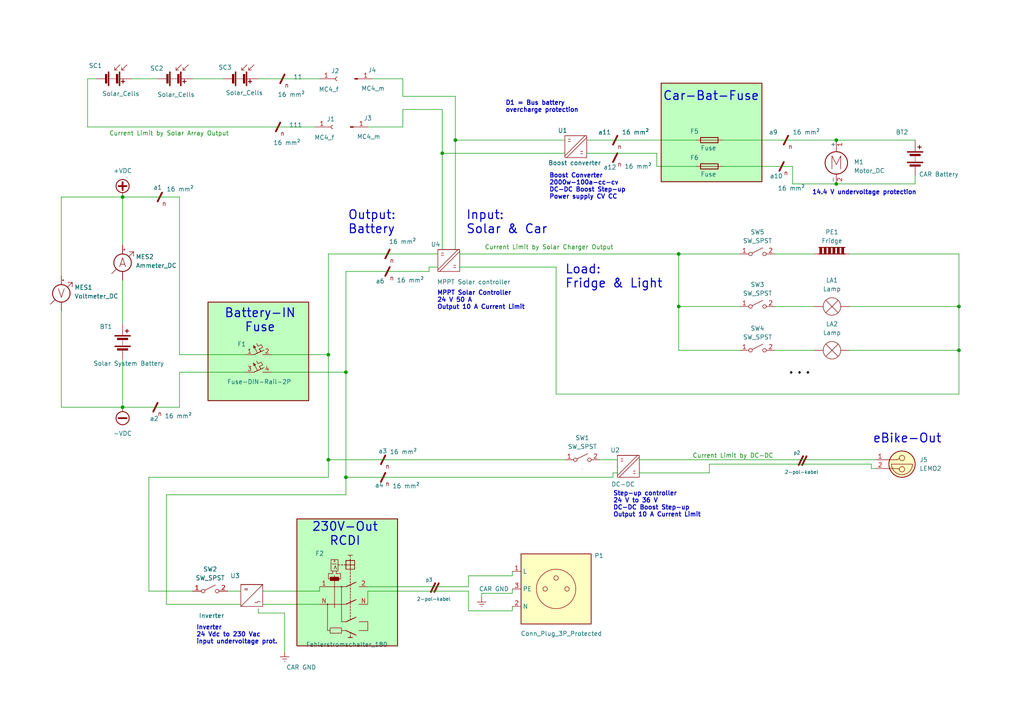
<source format=kicad_sch>
(kicad_sch (version 20231120) (generator "eeschema") (generator_version "8.0")
  (paper "A4")
  (title_block (title "Er Vento - electrical schematic") (date "2025-02-20") (rev "0.1") (company "Christoph"))
  (lib_symbols
    (symbol "Connector:Conn_01x01_Pin" (pin_names (offset 1.016) hide)
      (property "Reference" "J" (at 0 2.54 0))
      (property "Value" "Conn_01x01_Pin" (at 0 -2.54 0))
      (symbol "Conn_01x01_Pin_1_1"
        (polyline (pts (xy 1.27 0) (xy 0.8636 0)) (stroke (width 0.1524)))
        (rectangle (start 0.8636 0.127) (end 0 -0.127) (stroke (width 0.1524)) (fill (type outline)))
        (pin passive line (at 5.08 0 180) (length 3.81) (name "Pin_1") (number "1"))
      )
    )
    (symbol "Connector:Conn_01x01_Socket" (pin_names (offset 1.016) hide)
      (property "Reference" "J" (at 0 2.54 0))
      (property "Value" "Conn_01x01_Socket" (at 0 -2.54 0))
      (symbol "Conn_01x01_Socket_1_1"
        (polyline (pts (xy -1.27 0) (xy -0.508 0)) (stroke (width 0.1524)))
        (arc (start 0 0.508) (mid -0.5058 0) (end 0 -0.508) (stroke (width 0.1524)))
        (pin passive line (at -5.08 0 0) (length 3.81) (name "Pin_1") (number "1"))
      )
    )
    (symbol "Connector:Conn_Plug_3P_Protected"
      (property "Reference" "P" (at -9.652 11.176 0))
      (property "Value" "Conn_Plug_3P_Protected" (at 0.254 -11.43 0))
      (symbol "Conn_Plug_3P_Protected_0_1"
        (circle (center 0 0) (radius 5.715))
      )
      (symbol "Conn_Plug_3P_Protected_1_1"
        (rectangle (start -10.16 10.16) (end 10.16 -10.16) (stroke (width 0.254)) (fill (type background)))
        (circle (center -3.175 0) (radius 0.635))
        (circle (center 0 3.175) (radius 0.635))
        (circle (center 3.175 0) (radius 0.635))
        (pin power_in line (at 12.7 5.08 180) (length 2.54) (name "L") (number "1"))
        (pin power_out line (at 12.7 -5.08 180) (length 2.54) (name "N") (number "2"))
        (pin power_out line (at 12.7 0 180) (length 2.54) (name "PE") (number "3"))
      )
    )
    (symbol "Connector:LEMO2" (pin_names (offset 1.016) hide)
      (property "Reference" "J" (at 0 6.35 0))
      (property "Value" "LEMO2" (at 0 -3.81 0))
      (symbol "LEMO2_0_1"
        (arc (start -3.048 1.27) (mid -2.1553 -0.8853) (end 0 -1.778))
        (arc (start 0 -1.778) (mid 2.1553 -0.8853) (end 3.048 1.27))
        (circle (center 0 -0.2286) (radius 0.762))
        (polyline (pts (xy -5.08 0) (xy -1.27 0)))
        (polyline (pts (xy -5.08 2.54) (xy -1.27 2.54)))
        (polyline (pts (xy -3.048 1.27) (xy 3.048 1.27)))
        (polyline (pts (xy -1.27 2.54) (xy -0.762 3.048)))
        (polyline (pts (xy -0.762 -0.2286) (xy -1.27 0)))
        (circle (center 0 1.27) (radius 3.81) (stroke (width 0.254)) (fill (type background)))
        (circle (center 0 3.048) (radius 0.762))
      )
      (symbol "LEMO2_1_1"
        (pin passive line (at -7.62 2.54 0) (length 2.54) (name "~") (number "1"))
        (pin passive line (at -7.62 0 0) (length 2.54) (name "~") (number "2"))
      )
    )
    (symbol "Device:Ammeter_DC" (pin_numbers hide) (pin_names (offset 0.0254) hide)
      (property "Reference" "MES" (at -3.302 1.016 0))
      (property "Value" "Ammeter_DC" (at -3.302 -0.762 0))
      (symbol "Ammeter_DC_0_0"
        (polyline (pts (xy -3.175 -3.175) (xy -1.905 -1.905)))
        (polyline (pts (xy 1.905 1.905) (xy 3.175 3.175)))
        (polyline (pts (xy 1.905 3.175) (xy 3.175 3.175) (xy 3.175 1.905)))
        (text "A" (at 0 0 0) (effects (font (size 2.54 2.54))))
      )
      (symbol "Ammeter_DC_0_1"
        (polyline (pts (xy 0.254 3.81) (xy 0.762 3.81)))
        (polyline (pts (xy 0.508 4.064) (xy 0.508 3.556)))
        (circle (center 0 0) (radius 2.54) (stroke (width 0.254)))
      )
      (symbol "Ammeter_DC_1_1"
        (pin passive line (at 0 -5.08 90) (length 2.54) (name "-") (number "1"))
        (pin passive line (at 0 5.08 270) (length 2.54) (name "+") (number "2"))
      )
    )
    (symbol "Device:Battery" (pin_numbers hide) (pin_names (offset 0) hide)
      (property "Reference" "BT" (at 2.54 2.54 0))
      (property "Value" "Battery" (at 2.54 0 0))
      (symbol "Battery_0_1"
        (rectangle (start -2.286 -1.27) (end 2.286 -1.524) (fill (type outline)))
        (rectangle (start -2.286 1.778) (end 2.286 1.524) (fill (type outline)))
        (rectangle (start -1.524 -2.032) (end 1.524 -2.54) (fill (type outline)))
        (rectangle (start -1.524 1.016) (end 1.524 0.508) (fill (type outline)))
        (polyline (pts (xy 0 -1.016) (xy 0 -0.762)))
        (polyline (pts (xy 0 -0.508) (xy 0 -0.254)))
        (polyline (pts (xy 0 0) (xy 0 0.254)))
        (polyline (pts (xy 0 1.778) (xy 0 2.54)))
        (polyline (pts (xy 0.762 3.048) (xy 1.778 3.048)) (stroke (width 0.254)))
        (polyline (pts (xy 1.27 3.556) (xy 1.27 2.54)) (stroke (width 0.254)))
      )
      (symbol "Battery_1_1"
        (pin passive line (at 0 5.08 270) (length 2.54) (name "+") (number "1"))
        (pin passive line (at 0 -5.08 90) (length 2.54) (name "-") (number "2"))
      )
    )
    (symbol "Device:Fuse" (pin_numbers hide) (pin_names (offset 0))
      (property "Reference" "F" (at 2.032 0 90))
      (property "Value" "Fuse" (at -1.905 0 90))
      (symbol "Fuse_0_1"
        (rectangle (start -0.762 -2.54) (end 0.762 2.54) (stroke (width 0.254)))
        (polyline (pts (xy 0 2.54) (xy 0 -2.54)))
      )
      (symbol "Fuse_1_1"
        (pin passive line (at 0 3.81 270) (length 1.27) (name "~") (number "1"))
        (pin passive line (at 0 -3.81 90) (length 1.27) (name "~") (number "2"))
      )
    )
    (symbol "Device:Lamp" (pin_numbers hide) (pin_names (offset 0.0254) hide)
      (property "Reference" "LA" (at 0.635 3.81 0))
      (property "Value" "Lamp" (at 0.635 -3.81 0))
      (symbol "Lamp_0_1"
        (polyline (pts (xy -1.778 1.778) (xy 1.778 -1.778)))
        (polyline (pts (xy 1.778 1.778) (xy -1.778 -1.778)))
        (circle (center 0 0) (radius 2.54))
      )
      (symbol "Lamp_1_1"
        (pin passive line (at 0 -5.08 90) (length 2.54) (name "-") (number "1"))
        (pin passive line (at 0 5.08 270) (length 2.54) (name "+") (number "2"))
      )
    )
    (symbol "Device:PeltierElement" (pin_numbers hide) (pin_names (offset 0))
      (property "Reference" "PE" (at 0 3.175 0))
      (property "Value" "PeltierElement" (at 0 -1.27 0))
      (symbol "PeltierElement_0_1"
        (rectangle (start -3.556 1.905) (end -2.921 0) (fill (type outline)))
        (rectangle (start -2.286 1.905) (end -1.651 0) (fill (type outline)))
        (rectangle (start -0.381 1.905) (end -1.016 0) (fill (type outline)))
        (polyline (pts (xy -3.81 0) (xy 3.81 0)) (stroke (width 0.254)) (fill (type outline)))
        (polyline (pts (xy -3.81 1.905) (xy 3.81 1.905)) (stroke (width 0.254)))
        (rectangle (start 0.889 1.905) (end 0.254 0) (fill (type outline)))
        (rectangle (start 1.524 0) (end 2.159 1.905) (fill (type outline)))
        (rectangle (start 2.794 0) (end 3.429 1.905) (fill (type outline)))
      )
      (symbol "PeltierElement_1_1"
        (pin passive line (at -5.08 0 0) (length 1.27) (name "~") (number "1"))
        (pin passive line (at 5.08 0 180) (length 1.27) (name "~") (number "2"))
      )
    )
    (symbol "Device:Solar_Cells" (pin_numbers hide) (pin_names (offset 0) hide)
      (property "Reference" "SC" (at 2.54 2.54 0))
      (property "Value" "Solar_Cells" (at 2.54 0 0))
      (symbol "Solar_Cells_0_1"
        (rectangle (start -2.032 -1.397) (end 2.032 -1.651) (fill (type outline)))
        (rectangle (start -2.032 1.778) (end 2.032 1.524) (fill (type outline)))
        (rectangle (start -1.3208 -1.9812) (end 1.27 -2.4892) (fill (type outline)))
        (rectangle (start -1.3208 1.1938) (end 1.27 0.6858) (fill (type outline)))
        (polyline (pts (xy -2.54 0.254) (xy -4.064 1.778)))
        (polyline (pts (xy -2.54 2.286) (xy -4.064 3.81)))
        (polyline (pts (xy 0 -1.524) (xy 0 -1.27)))
        (polyline (pts (xy 0 -1.016) (xy 0 -0.762)))
        (polyline (pts (xy 0 -0.508) (xy 0 -0.254)))
        (polyline (pts (xy 0 0) (xy 0 0.254)))
        (polyline (pts (xy 0 0.508) (xy 0 0.762)))
        (polyline (pts (xy 0 1.778) (xy 0 2.54)))
        (polyline (pts (xy 0.254 2.667) (xy 1.27 2.667)) (stroke (width 0.254)))
        (polyline (pts (xy 0.762 3.175) (xy 0.762 2.159)) (stroke (width 0.254)))
        (polyline (pts (xy -2.54 1.016) (xy -2.54 0.254) (xy -3.302 0.254)))
        (polyline (pts (xy -2.54 3.048) (xy -2.54 2.286) (xy -3.302 2.286)))
      )
      (symbol "Solar_Cells_1_1"
        (pin passive line (at 0 5.08 270) (length 2.54) (name "+") (number "1"))
        (pin passive line (at 0 -5.08 90) (length 2.54) (name "-") (number "2"))
      )
    )
    (symbol "Device:Voltmeter_DC" (pin_numbers hide) (pin_names (offset 0.0254) hide)
      (property "Reference" "MES" (at -3.302 1.016 0))
      (property "Value" "Voltmeter_DC" (at -3.302 -0.762 0))
      (symbol "Voltmeter_DC_0_0"
        (polyline (pts (xy -3.175 -3.175) (xy -1.905 -1.905)))
        (polyline (pts (xy 1.905 1.905) (xy 3.175 3.175)))
        (polyline (pts (xy 1.905 3.175) (xy 3.175 3.175) (xy 3.175 1.905)))
        (text "V" (at 0 0 0) (effects (font (size 2.54 2.54))))
      )
      (symbol "Voltmeter_DC_0_1"
        (polyline (pts (xy 0.254 3.81) (xy 0.762 3.81)))
        (polyline (pts (xy 0.508 4.064) (xy 0.508 3.556)))
        (circle (center 0 0) (radius 2.54) (stroke (width 0.254)))
      )
      (symbol "Voltmeter_DC_1_1"
        (pin passive line (at 0 -5.08 90) (length 2.54) (name "-") (number "1"))
        (pin passive line (at 0 5.08 270) (length 2.54) (name "+") (number "2"))
      )
    )
    (symbol "Electrical:0-pol-kabel" (pin_names (offset 1.016))
      (property "Value" "0-pol-kabel" (at 0 0 0))
      (symbol "0-pol-kabel_0_0"
        (text "n" (at 0.635 -3.175 0) (effects (font (size 1.27 1.27))))
      )
      (symbol "0-pol-kabel_1_1"
        (polyline (pts (xy -1.27 -2.54) (xy 0 0)) (stroke (width 0.508)) (fill (type outline)))
      )
    )
    (symbol "Electrical:2-pol-kabel" (pin_names (offset 1.016))
      (property "Reference" "p" (at 0 0 0))
      (property "Value" "2-pol-kabel" (at 0 0 0))
      (symbol "2-pol-kabel_1_1"
        (polyline (pts (xy -0.762 -1.524) (xy 0.508 1.016)) (stroke (width 0.508)) (fill (type outline)))
        (polyline (pts (xy 0.254 -1.524) (xy 1.524 1.016)) (stroke (width 0.508)) (fill (type outline)))
      )
    )
    (symbol "Electrical:DC-DC-klein" (pin_names (offset 1.016))
      (property "Reference" "U" (at -2.286 1.27 0))
      (property "Value" "DC-DC-klein" (at -0.254 2.794 0))
      (symbol "DC-DC-klein_1_1"
        (polyline (pts (xy 0 -5.842) (xy 5.842 0)))
        (polyline (pts (xy 1.016 -1.651) (xy 1.651 -1.651)))
        (polyline (pts (xy 1.016 -1.016) (xy 1.651 -1.016)))
        (polyline (pts (xy 4.572 -5.207) (xy 5.207 -5.207)))
        (polyline (pts (xy 4.572 -4.572) (xy 5.207 -4.572)))
        (polyline (pts (xy 6.35 -0.508) (xy 0.508 -6.35)))
        (rectangle (start 0 0) (end 6.35 0))
        (rectangle (start 6.35 0) (end 0 -6.35))
      )
    )
    (symbol "Electrical:Fehlerstromschalter_180" (pin_names (offset 1.016))
      (property "Reference" "F" (at 2.54 2.54 0))
      (property "Value" "Fehlerstromschalter_180" (at 2.54 2.54 0))
      (symbol "Fehlerstromschalter_180_0_1"
        (polyline (pts (xy 0 -6.35) (xy 0 -11.684)))
        (polyline (pts (xy 5.08 -6.35) (xy 5.08 -11.684)))
        (rectangle (start 11.938 -7.62) (end 13.462 -10.922))
      )
      (symbol "Fehlerstromschalter_180_1_0"
        (circle (center 0 -7.62) (radius 0.127))
        (polyline (pts (xy -9.144 -4.445) (xy -9.144 -5.715)))
        (polyline (pts (xy -9.144 -4.445) (xy -9.144 -5.715)))
        (polyline (pts (xy -7.62 -5.08) (xy -5.08 -5.08)))
        (polyline (pts (xy -7.62 -5.08) (xy -5.08 -5.08)))
        (polyline (pts (xy -3.048 -9.652) (xy -3.302 -9.652)))
        (polyline (pts (xy -3.048 -9.652) (xy 6.096 -9.652)))
        (polyline (pts (xy 14.732 -4.445) (xy 14.732 -5.715)))
        (polyline (pts (xy 14.732 -4.445) (xy 14.732 -5.715)))
        (polyline (pts (xy -6.35 -3.81) (xy -6.35 -6.35) (xy -6.35 -5.08)))
        (polyline (pts (xy -6.35 -3.81) (xy -6.35 -6.35) (xy -6.35 -5.08)))
        (polyline (pts (xy 12.7 -10.922) (xy 12.7 -11.684) (xy 5.08 -11.684)))
        (polyline (pts (xy -7.874 -9.652) (xy -7.366 -9.652) (xy -7.366 -9.398) (xy -7.366 -9.906)))
        (circle (center 5.08 -11.684) (radius 0.127))
        (text ">" (at -5.588 -9.525 0) (effects (font (size 1.27 1.27))))
        (text "I" (at -6.604 -9.652 0) (effects (font (size 1.27 1.27))))
      )
      (symbol "Fehlerstromschalter_180_1_1"
        (rectangle (start -8.509 -5.08) (end -9.017 -5.08))
        (rectangle (start -7.62 -5.08) (end -8.128 -5.08))
        (rectangle (start -7.62 -5.08) (end -8.128 -5.08))
        (rectangle (start -7.62 -3.81) (end -5.08 -6.35))
        (rectangle (start -7.62 -3.81) (end -5.08 -6.35))
        (rectangle (start -6.731 -5.08) (end -7.239 -5.08))
        (rectangle (start -6.731 -5.08) (end -7.239 -5.08))
        (rectangle (start -6.35 -8.128) (end -6.35 -8.636))
        (rectangle (start -6.35 -8.128) (end -6.35 -8.636))
        (rectangle (start -6.35 -7.239) (end -6.35 -7.747))
        (rectangle (start -6.35 -7.239) (end -6.35 -7.747))
        (rectangle (start -6.35 -6.35) (end -6.35 -6.858))
        (rectangle (start -6.35 -6.35) (end -6.35 -6.858))
        (rectangle (start -5.842 -5.08) (end -6.35 -5.08))
        (rectangle (start -5.842 -5.08) (end -6.35 -5.08))
        (rectangle (start -4.572 -8.636) (end -7.874 -10.668))
        (rectangle (start -4.572 -5.08) (end -5.08 -5.08))
        (rectangle (start -4.572 -5.08) (end -5.08 -5.08))
        (rectangle (start -3.683 -5.08) (end -4.191 -5.08))
        (rectangle (start -3.683 -5.08) (end -4.191 -5.08))
        (rectangle (start -2.794 -5.08) (end -3.302 -5.08))
        (rectangle (start -2.794 -5.08) (end -3.302 -5.08))
        (rectangle (start -1.905 -5.08) (end -2.413 -5.08))
        (rectangle (start -1.905 -5.08) (end -2.413 -5.08))
        (rectangle (start -1.016 -5.08) (end -1.524 -5.08))
        (rectangle (start -1.016 -5.08) (end -1.524 -5.08))
        (rectangle (start -0.127 -5.08) (end -0.635 -5.08))
        (rectangle (start -0.127 -5.08) (end -0.635 -5.08))
        (polyline (pts (xy 0 -6.35) (xy -1.3462 -3.3782)))
        (polyline (pts (xy 0 -6.35) (xy -1.3462 -3.3782)))
        (polyline (pts (xy 0 -6.35) (xy -1.143 -3.81)))
        (polyline (pts (xy 0 -6.35) (xy -1.143 -3.81)))
        (polyline (pts (xy 5.08 -6.35) (xy 3.7338 -3.3782)))
        (polyline (pts (xy 5.08 -6.35) (xy 3.7338 -3.3782)))
        (polyline (pts (xy 5.08 -6.35) (xy 3.937 -3.81)))
        (polyline (pts (xy 5.08 -6.35) (xy 3.937 -3.81)))
        (polyline (pts (xy 10.16 -6.35) (xy 8.8138 -3.3782)))
        (polyline (pts (xy 10.16 -6.35) (xy 8.8138 -3.3782)))
        (polyline (pts (xy 10.16 -6.35) (xy 9.017 -3.81)))
        (polyline (pts (xy 10.16 -6.35) (xy 9.017 -3.81)))
        (polyline (pts (xy 12.7 -6.35) (xy 12.7 -7.62)))
        (polyline (pts (xy 12.7 -6.35) (xy 13.843 -3.81)))
        (polyline (pts (xy 12.7 -6.35) (xy 13.843 -3.81)))
        (polyline (pts (xy 12.7 -6.35) (xy 14.0462 -3.3782)))
        (polyline (pts (xy 12.7 -6.35) (xy 14.0462 -3.3782)))
        (polyline (pts (xy 10.16 -6.35) (xy 10.16 -7.62) (xy 0 -7.62)))
        (polyline (pts (xy 10.16 -2.54) (xy 10.16 0) (xy 12.7 0) (xy 12.7 -2.54)))
        (polyline (pts (xy -2.286 -10.922) (xy -2.286 -11.43) (xy -3.81 -11.43) (xy -3.81 -10.16) (xy -4.572 -10.16)))
        (polyline (pts (xy -2.286 -8.382) (xy -2.286 -7.874) (xy -3.81 -7.874) (xy -3.81 -9.144) (xy -4.572 -9.144)))
        (polyline (pts (xy -1.778 -8.382) (xy -1.778 -10.922) (xy -2.794 -10.922) (xy -2.794 -8.382) (xy -1.778 -8.382) (xy -1.778 -10.922)) (fill (type outline)))
        (rectangle (start 0.762 -5.08) (end 0.254 -5.08))
        (rectangle (start 0.762 -5.08) (end 0.254 -5.08))
        (rectangle (start 1.651 -5.08) (end 1.143 -5.08))
        (rectangle (start 1.651 -5.08) (end 1.143 -5.08))
        (rectangle (start 2.54 -5.08) (end 2.032 -5.08))
        (rectangle (start 2.54 -5.08) (end 2.032 -5.08))
        (rectangle (start 3.429 -5.08) (end 2.921 -5.08))
        (rectangle (start 3.429 -5.08) (end 2.921 -5.08))
        (rectangle (start 4.318 -5.08) (end 3.81 -5.08))
        (rectangle (start 4.318 -5.08) (end 3.81 -5.08))
        (rectangle (start 5.207 -5.08) (end 4.699 -5.08))
        (rectangle (start 5.207 -5.08) (end 4.699 -5.08))
        (rectangle (start 6.096 -5.08) (end 5.588 -5.08))
        (rectangle (start 6.096 -5.08) (end 5.588 -5.08))
        (rectangle (start 6.985 -5.08) (end 6.477 -5.08))
        (rectangle (start 6.985 -5.08) (end 6.477 -5.08))
        (rectangle (start 7.874 -5.08) (end 7.366 -5.08))
        (rectangle (start 7.874 -5.08) (end 7.366 -5.08))
        (rectangle (start 8.763 -5.08) (end 8.255 -5.08))
        (rectangle (start 8.763 -5.08) (end 8.255 -5.08))
        (rectangle (start 9.652 -5.08) (end 9.144 -5.08))
        (rectangle (start 9.652 -5.08) (end 9.144 -5.08))
        (rectangle (start 13.208 -5.08) (end 13.716 -5.08))
        (rectangle (start 13.208 -5.08) (end 13.716 -5.08))
        (rectangle (start 14.097 -5.08) (end 14.605 -5.08))
        (rectangle (start 14.097 -5.08) (end 14.605 -5.08))
        (pin input line (at 0 -13.97 90) (length 2.54) (name "~") (number "1"))
        (pin input line (at 0 0 270) (length 2.54) (name "~") (number "2"))
        (pin input line (at 5.08 -13.97 90) (length 2.54) (name "~") (number "N"))
        (pin input line (at 5.08 0 270) (length 2.54) (name "~") (number "N"))
      )
    )
    (symbol "Electrical:Fuse-DIN-Rail-2P" (pin_names (offset 1.016))
      (property "Reference" "F" (at 5.08 11.43 0))
      (property "Value" "Fuse-DIN-Rail-2P" (at 1.27 6.35 0))
      (symbol "Fuse-DIN-Rail-2P_1_1"
        (polyline (pts (xy -2.8956 -2.9718) (xy -2.4892 -3.8862)))
        (polyline (pts (xy -2.667 -5.207) (xy -2.159 -4.572)))
        (polyline (pts (xy -2.6416 -5.207) (xy -1.8542 -5.1562)))
        (polyline (pts (xy -2.4638 -3.9116) (xy -3.2258 -4.318)))
        (polyline (pts (xy -2.3622 -5.1054) (xy -2.3622 -5.1054)))
        (polyline (pts (xy -2.2352 -5.1054) (xy -2.2352 -5.1054)))
        (polyline (pts (xy -2.2098 -4.826) (xy -2.0828 -5.08)))
        (polyline (pts (xy -2.1844 -4.699) (xy -1.9812 -5.08)))
        (polyline (pts (xy -2.159 -4.572) (xy -1.8542 -5.1308)))
        (polyline (pts (xy -2.1336 -2.5654) (xy -2.8956 -2.9718)))
        (polyline (pts (xy -2.0828 -5.08) (xy -2.3114 -4.9022)))
        (polyline (pts (xy -1.7018 -3.4798) (xy -2.1082 -2.5654)))
        (polyline (pts (xy -0.9144 -3.0988) (xy -1.7018 -3.5052)))
        (polyline (pts (xy -0.9144 -3.0988) (xy -1.7018 -3.5052)))
        (polyline (pts (xy -0.9144 -3.0988) (xy -1.5494 -3.429)))
        (polyline (pts (xy -0.9144 -3.0988) (xy -1.5494 -3.429)))
        (polyline (pts (xy -0.508 -4.064) (xy -2.667 -5.207)))
        (polyline (pts (xy 0 -5.08) (xy -1.3462 -2.1082)))
        (polyline (pts (xy 0 -5.08) (xy -1.143 -2.54)))
        (polyline (pts (xy 2.1844 -2.9718) (xy 2.5908 -3.8862)))
        (polyline (pts (xy 2.413 -5.207) (xy 2.921 -4.572)))
        (polyline (pts (xy 2.4384 -5.207) (xy 3.2258 -5.1562)))
        (polyline (pts (xy 2.6162 -3.9116) (xy 1.8542 -4.318)))
        (polyline (pts (xy 2.7178 -5.1054) (xy 2.7178 -5.1054)))
        (polyline (pts (xy 2.8448 -5.1054) (xy 2.8448 -5.1054)))
        (polyline (pts (xy 2.8702 -4.826) (xy 2.9972 -5.08)))
        (polyline (pts (xy 2.8956 -4.699) (xy 3.0988 -5.08)))
        (polyline (pts (xy 2.921 -4.572) (xy 3.2258 -5.1308)))
        (polyline (pts (xy 2.9464 -2.5654) (xy 2.1844 -2.9718)))
        (polyline (pts (xy 2.9972 -5.08) (xy 2.7686 -4.9022)))
        (polyline (pts (xy 3.3782 -3.4798) (xy 2.9718 -2.5654)))
        (polyline (pts (xy 4.1656 -3.0988) (xy 3.3782 -3.5052)))
        (polyline (pts (xy 4.1656 -3.0988) (xy 3.5306 -3.429)))
        (polyline (pts (xy 4.572 -4.064) (xy 2.413 -5.207)))
        (polyline (pts (xy 5.08 -5.08) (xy 3.7338 -2.1082)))
        (polyline (pts (xy 5.08 -5.08) (xy 3.937 -2.54)))
        (pin bidirectional line (at 0 -7.62 90) (length 2.54) (name "~") (number "1"))
        (pin bidirectional line (at 0 0 270) (length 2.54) (name "~") (number "2"))
        (pin bidirectional line (at 5.08 -7.62 90) (length 2.54) (name "~") (number "3"))
        (pin bidirectional line (at 5.08 0 270) (length 2.54) (name "~") (number "4"))
      )
    )
    (symbol "Electrical:dc-ac-klein" (pin_names (offset 1.016))
      (property "Reference" "U" (at -1.016 1.27 0))
      (property "Value" "ac-dc-klein" (at -0.254 2.794 0))
      (symbol "dc-ac-klein_1_1"
        (polyline (pts (xy 0 -6.35) (xy 6.35 0)))
        (rectangle (start 0 0) (end 6.35 0))
        (arc (start 4.064 -5.08) (mid 4.445 -5.2839) (end 4.826 -5.08))
        (arc (start 5.588 -5.08) (mid 5.207 -4.8761) (end 4.826 -5.08))
        (rectangle (start 6.35 0) (end 0 -6.35))
        (text "=" (at 1.524 -1.27 0) (effects (font (size 1.27 1.27))))
      )
    )
    (symbol "Motor:Motor_DC" (pin_names (offset 0))
      (property "Reference" "M" (at 2.54 2.54 0))
      (property "Value" "Motor_DC" (at 2.54 -5.08 0))
      (symbol "Motor_DC_0_0"
        (polyline (pts (xy -1.27 -3.302) (xy -1.27 0.508) (xy 0 -2.032) (xy 1.27 0.508) (xy 1.27 -3.302)))
      )
      (symbol "Motor_DC_0_1"
        (circle (center 0 -1.524) (radius 3.2512) (stroke (width 0.254)))
        (polyline (pts (xy 0 -7.62) (xy 0 -7.112)))
        (polyline (pts (xy 0 -4.7752) (xy 0 -5.1816)))
        (polyline (pts (xy 0 1.7272) (xy 0 2.0828)))
        (polyline (pts (xy 0 2.032) (xy 0 2.54)))
      )
      (symbol "Motor_DC_1_1"
        (pin passive line (at 0 5.08 270) (length 2.54) (name "+") (number "1"))
        (pin passive line (at 0 -7.62 90) (length 2.54) (name "-") (number "2"))
      )
    )
    (symbol "Switch:SW_SPST" (pin_names (offset 0) hide)
      (property "Reference" "SW" (at 0 3.175 0))
      (property "Value" "SW_SPST" (at 0 -2.54 0))
      (symbol "SW_SPST_0_0"
        (circle (center -2.032 0) (radius 0.508))
        (polyline (pts (xy -1.524 0.254) (xy 1.524 1.778)))
        (circle (center 2.032 0) (radius 0.508))
      )
      (symbol "SW_SPST_1_1"
        (pin passive line (at -5.08 0 0) (length 2.54) (name "A") (number "1"))
        (pin passive line (at 5.08 0 180) (length 2.54) (name "B") (number "2"))
      )
    )
    (symbol "power:+VDC" (power) (pin_numbers hide) (pin_names (offset 0) hide)
      (property "Value" "+VDC" (at 0 6.35 0))
      (symbol "+VDC_0_1"
        (polyline (pts (xy -1.143 3.175) (xy 1.143 3.175)) (stroke (width 0.508)))
        (polyline (pts (xy 0 0) (xy 0 1.27)))
        (polyline (pts (xy 0 2.032) (xy 0 4.318)) (stroke (width 0.508)))
        (circle (center 0 3.175) (radius 1.905) (stroke (width 0.254)))
      )
      (symbol "+VDC_1_1"
        (pin power_in line (at 0 0 90) (length 0) (name "~") (number "1"))
      )
    )
    (symbol "power:-VDC" (power) (pin_numbers hide) (pin_names (offset 0) hide)
      (property "Value" "-VDC" (at 0 6.35 0))
      (symbol "-VDC_0_1"
        (polyline (pts (xy -1.143 3.175) (xy 1.143 3.175)) (stroke (width 0.508)))
        (polyline (pts (xy 0 0) (xy 0 1.27)))
        (circle (center 0 3.175) (radius 1.905) (stroke (width 0.254)))
      )
      (symbol "-VDC_1_1"
        (pin power_in line (at 0 0 90) (length 0) (name "~") (number "1"))
      )
    )
    (symbol "power:GNDREF" (power) (pin_numbers hide) (pin_names (offset 0) hide)
      (property "Value" "GNDREF" (at 0 -3.81 0))
      (symbol "GNDREF_0_1"
        (polyline (pts (xy -0.635 -1.905) (xy 0.635 -1.905)))
        (polyline (pts (xy -0.127 -2.54) (xy 0.127 -2.54)))
        (polyline (pts (xy 0 -1.27) (xy 0 0)))
        (polyline (pts (xy 1.27 -1.27) (xy -1.27 -1.27)))
      )
      (symbol "GNDREF_1_1"
        (pin power_in line (at 0 0 270) (length 0) (name "~") (number "1"))
      )
    )
  )
  (junction (at 128.27 44.45))
  (junction (at 35.56 57.15))
  (junction (at 95.25 102.87))
  (junction (at 35.56 118.11))
  (junction (at 95.25 133.35))
  (junction (at 242.57 40.64))
  (junction (at 196.85 88.9))
  (junction (at 242.57 53.34))
  (junction (at 100.33 107.95))
  (junction (at 196.85 73.66))
  (junction (at 278.13 101.6))
  (junction (at 100.33 138.43))
  (junction (at 132.08 40.64))
  (junction (at 278.13 88.9))
  (wire (pts (xy 185.42 137.16) (xy 205.74 137.16)))
  (wire (pts (xy 74.93 176.53) (xy 74.93 177.8)))
  (wire (pts (xy 148.59 167.005) (xy 148.59 165.735)))
  (wire (pts (xy 128.27 44.45) (xy 163.83 44.45)))
  (wire (pts (xy 71.12 102.87) (xy 52.07 102.87)))
  (wire (pts (xy 148.59 177.165) (xy 135.89 177.165)))
  (wire (pts (xy 17.78 57.15) (xy 17.78 80.01)))
  (wire (pts (xy 106.68 171.45) (xy 135.89 171.45)))
  (wire (pts (xy 17.78 118.11) (xy 35.56 118.11)))
  (wire (pts (xy 224.79 88.9) (xy 236.22 88.9)))
  (wire (pts (xy 265.43 53.34) (xy 265.43 50.8)))
  (wire (pts (xy 128.27 44.45) (xy 128.27 72.39)))
  (wire (pts (xy 224.79 73.66) (xy 236.22 73.66)))
  (wire (pts (xy 196.85 88.9) (xy 196.85 73.66)))
  (wire (pts (xy 132.08 27.94) (xy 132.08 40.64)))
  (wire (pts (xy 74.93 177.8) (xy 82.55 177.8)))
  (wire (pts (xy 116.84 22.86) (xy 116.84 27.94)))
  (wire (pts (xy 25.4 36.83) (xy 91.44 36.83)))
  (wire (pts (xy 66.04 171.45) (xy 69.85 171.45)))
  (wire (pts (xy 95.25 138.43) (xy 43.18 138.43)))
  (wire (pts (xy 27.94 22.86) (xy 25.4 22.86)))
  (wire (pts (xy 148.59 172.085) (xy 148.59 170.815)))
  (wire (pts (xy 107.95 22.86) (xy 116.84 22.86)))
  (wire (pts (xy 95.25 102.87) (xy 95.25 73.66)))
  (wire (pts (xy 190.5 48.26) (xy 201.93 48.26)))
  (wire (pts (xy 185.42 133.35) (xy 254 133.35)))
  (wire (pts (xy 116.84 31.75) (xy 128.27 31.75)))
  (wire (pts (xy 224.79 101.6) (xy 236.22 101.6)))
  (wire (pts (xy 190.5 44.45) (xy 190.5 48.26)))
  (wire (pts (xy 242.57 53.34) (xy 229.87 53.34)))
  (wire (pts (xy 116.84 27.94) (xy 132.08 27.94)))
  (wire (pts (xy 148.59 172.085) (xy 139.7 172.085)))
  (wire (pts (xy 196.85 88.9) (xy 214.63 88.9)))
  (wire (pts (xy 173.99 133.35) (xy 179.07 133.35)))
  (wire (pts (xy 78.74 102.87) (xy 95.25 102.87)))
  (wire (pts (xy 38.1 22.86) (xy 45.72 22.86)))
  (wire (pts (xy 95.25 133.35) (xy 95.25 138.43)))
  (wire (pts (xy 35.56 57.15) (xy 17.78 57.15)))
  (wire (pts (xy 74.93 22.86) (xy 92.71 22.86)))
  (wire (pts (xy 52.07 107.95) (xy 71.12 107.95)))
  (wire (pts (xy 196.85 88.9) (xy 196.85 101.6)))
  (wire (pts (xy 82.55 177.8) (xy 82.55 189.23)))
  (wire (pts (xy 161.29 114.3) (xy 161.29 77.47)))
  (wire (pts (xy 278.13 114.3) (xy 161.29 114.3)))
  (wire (pts (xy 35.56 118.11) (xy 52.07 118.11)))
  (wire (pts (xy 35.56 81.28) (xy 35.56 93.98)))
  (wire (pts (xy 124.46 77.47) (xy 124.46 78.74)))
  (wire (pts (xy 127 77.47) (xy 124.46 77.47)))
  (wire (pts (xy 100.33 138.43) (xy 177.8 138.43)))
  (wire (pts (xy 76.2 171.45) (xy 92.71 171.45)))
  (wire (pts (xy 52.07 118.11) (xy 52.07 107.95)))
  (wire (pts (xy 92.71 171.45) (xy 92.71 170.18)))
  (wire (pts (xy 278.13 101.6) (xy 278.13 114.3)))
  (wire (pts (xy 69.85 175.26) (xy 48.26 175.26)))
  (wire (pts (xy 242.57 40.64) (xy 265.43 40.64)))
  (wire (pts (xy 170.18 40.64) (xy 201.93 40.64)))
  (wire (pts (xy 139.7 172.085) (xy 139.7 173.355)))
  (wire (pts (xy 132.08 40.64) (xy 132.08 72.39)))
  (wire (pts (xy 78.74 107.95) (xy 100.33 107.95)))
  (wire (pts (xy 106.68 170.18) (xy 135.89 170.18)))
  (wire (pts (xy 229.87 48.26) (xy 209.55 48.26)))
  (wire (pts (xy 148.59 167.005) (xy 135.89 167.005)))
  (wire (pts (xy 246.38 73.66) (xy 278.13 73.66)))
  (wire (pts (xy 100.33 143.51) (xy 100.33 138.43)))
  (wire (pts (xy 128.27 31.75) (xy 128.27 44.45)))
  (wire (pts (xy 265.43 53.34) (xy 242.57 53.34)))
  (wire (pts (xy 17.78 90.17) (xy 17.78 118.11)))
  (wire (pts (xy 252.73 135.89) (xy 254 135.89)))
  (wire (pts (xy 43.18 138.43) (xy 43.18 171.45)))
  (wire (pts (xy 106.68 36.83) (xy 116.84 36.83)))
  (wire (pts (xy 25.4 22.86) (xy 25.4 36.83)))
  (wire (pts (xy 278.13 101.6) (xy 278.13 88.9)))
  (wire (pts (xy 209.55 40.64) (xy 242.57 40.64)))
  (wire (pts (xy 106.68 171.45) (xy 106.68 175.26)))
  (wire (pts (xy 132.08 40.64) (xy 163.83 40.64)))
  (wire (pts (xy 278.13 73.66) (xy 278.13 88.9)))
  (wire (pts (xy 55.88 22.86) (xy 64.77 22.86)))
  (wire (pts (xy 100.33 107.95) (xy 100.33 138.43)))
  (wire (pts (xy 135.89 167.005) (xy 135.89 170.18)))
  (wire (pts (xy 100.33 78.74) (xy 100.33 107.95)))
  (wire (pts (xy 76.2 175.26) (xy 92.71 175.26)))
  (wire (pts (xy 133.35 77.47) (xy 161.29 77.47)))
  (wire (pts (xy 148.59 177.165) (xy 148.59 175.895)))
  (wire (pts (xy 95.25 73.66) (xy 127 73.66)))
  (wire (pts (xy 124.46 78.74) (xy 100.33 78.74)))
  (wire (pts (xy 205.74 134.62) (xy 205.74 137.16)))
  (wire (pts (xy 48.26 143.51) (xy 100.33 143.51)))
  (wire (pts (xy 177.8 137.16) (xy 177.8 138.43)))
  (wire (pts (xy 48.26 175.26) (xy 48.26 143.51)))
  (wire (pts (xy 246.38 88.9) (xy 278.13 88.9)))
  (wire (pts (xy 52.07 102.87) (xy 52.07 57.15)))
  (wire (pts (xy 52.07 57.15) (xy 35.56 57.15)))
  (wire (pts (xy 252.73 135.89) (xy 252.73 134.62)))
  (wire (pts (xy 43.18 171.45) (xy 55.88 171.45)))
  (wire (pts (xy 95.25 133.35) (xy 163.83 133.35)))
  (wire (pts (xy 135.89 171.45) (xy 135.89 177.165)))
  (wire (pts (xy 196.85 101.6) (xy 214.63 101.6)))
  (wire (pts (xy 177.8 137.16) (xy 179.07 137.16)))
  (wire (pts (xy 95.25 102.87) (xy 95.25 133.35)))
  (wire (pts (xy 229.87 53.34) (xy 229.87 48.26)))
  (wire (pts (xy 133.35 73.66) (xy 196.85 73.66)))
  (wire (pts (xy 35.56 104.14) (xy 35.56 118.11)))
  (wire (pts (xy 205.74 134.62) (xy 252.73 134.62)))
  (wire (pts (xy 116.84 31.75) (xy 116.84 36.83)))
  (wire (pts (xy 196.85 73.66) (xy 214.63 73.66)))
  (wire (pts (xy 246.38 101.6) (xy 278.13 101.6)))
  (wire (pts (xy 35.56 57.15) (xy 35.56 71.12)))
  (wire (pts (xy 170.18 44.45) (xy 190.5 44.45)))
  (rectangle (start 86.106 150.495) (end 115.316 187.325) (stroke (width 0.254) (color 132 0 0 1)) (fill (type color) (color 0 255 0 0.25)))
  (rectangle (start 60.325 87.63) (end 89.535 116.205) (stroke (width 0.254) (color 132 0 0 1)) (fill (type color) (color 0 255 0 0.25)))
  (rectangle (start 168.91 136.017) (end 168.91 136.017))
  (rectangle (start 104.14 65.405) (end 104.14 65.405))
  (rectangle (start 191.77 24.13) (end 220.98 52.705) (stroke (width 0.254) (color 132 0 0 1)) (fill (type color) (color 0 255 0 0.25)))
  (text "D1 = Bus battery\novercharge protection" (at 146.558 30.988 0) (effects (font (size 1.27 1.27) (thickness 0.254) (bold yes)) (justify left)))
  (text "Current Limit by Solar Array Output" (at 49.022 38.862 0) (effects (font (size 1.27 1.27))))
  (text "Current Limit by DC-DC" (at 212.598 132.334 0) (effects (font (size 1.27 1.27))))
  (text "Input: \nSolar & Car" (at 135.128 64.516 0) (effects (font (size 2.54 2.54) (thickness 0.3175)) (justify left)))
  (text "14.4 V undervoltage protection" (at 250.698 55.88 0) (effects (font (size 1.27 1.27) (thickness 0.254) (bold yes))))
  (text "230V-Out\nRCDI" (at 100.076 154.94 0) (effects (font (size 2.54 2.54) (thickness 0.3175))))
  (text "Car-Bat-Fuse" (at 206.248 27.94 0) (effects (font (size 2.54 2.54) (thickness 0.3175))))
  (text "..." (at 231.902 106.172 0) (effects (font (size 5.08 5.08) (thickness 0.254) (bold yes))))
  (text "MPPT Solar Controller\n24 V 50 A \nOutput 10 A Current Limit\n\n" (at 126.746 88.138 0) (effects (font (size 1.27 1.27) (thickness 0.254) (bold yes)) (justify left)))
  (text "Battery-IN\nFuse" (at 75.438 92.964 0) (effects (font (size 2.54 2.54) (thickness 0.3175))))
  (text "Boost Converter\n2000w-100a-cc-cv\nDC-DC Boost Step-up \nPower supply CV CC\n" (at 159.258 54.102 0) (effects (font (size 1.27 1.27) (thickness 0.254) (bold yes)) (justify left)))
  (text "Current Limit by Solar Charger Output" (at 159.258 71.882 0) (effects (font (size 1.27 1.27))))
  (text "Output:\nBattery" (at 100.838 64.516 0) (effects (font (size 2.54 2.54) (thickness 0.3175)) (justify left)))
  (text "Load:\nFridge & Light" (at 163.83 80.264 0) (effects (font (size 2.54 2.54) (thickness 0.3175)) (justify left)))
  (text "Step-up controller\n24 V to 36 V\nDC-DC Boost Step-up\nOutput 10 A Current Limit" (at 177.8 146.304 0) (effects (font (size 1.27 1.27) (thickness 0.254) (bold yes)) (justify left)))
  (text "Inverter\n24 Vdc to 230 Vac\ninput undervoltage prot." (at 56.896 184.15 0) (effects (font (size 1.27 1.27) (thickness 0.254) (bold yes)) (justify left)))
  (text "eBike-Out" (at 263.144 127.254 0) (effects (font (size 2.54 2.54) (thickness 0.3175))))
  (symbol (lib_id "Electrical:DC-DC-klein") (at 163.83 39.37 0) (unit 1)
    (property "Reference" "U1" (at 161.798 37.846 0) (effects (justify left)))
    (property "Value" "Boost converter" (at 159.004 47.244 0) (effects (justify left)))
  )
  (symbol (lib_id "Device:Lamp") (at 241.3 101.6 90) (unit 1)
    (property "Reference" "LA2" (at 241.3 93.98 90))
    (property "Value" "Lamp" (at 241.3 96.52 90))
    (property "Description" "Lamp" (effects (hide yes)))
  )
  (symbol (lib_id "Device:Battery") (at 35.56 99.06 0) (unit 1)
    (property "Reference" "BT1" (at 30.734 94.742 0))
    (property "Value" "Solar System Battery" (at 37.338 105.41 0))
    (property "Description" "Multiple-cell battery" (effects (hide yes)))
  )
  (symbol (lib_id "Device:Voltmeter_DC") (at 17.78 85.09 0) (unit 1)
    (property "Reference" "MES1" (at 21.59 83.3754 0) (effects (justify left)))
    (property "Value" "Voltmeter_DC" (at 21.59 85.9154 0) (effects (justify left)))
    (property "Description" "DC voltmeter" (effects (hide yes)))
  )
  (symbol (lib_id "Connector:Conn_01x01_Socket") (at 97.79 22.86 0) (unit 1)
    (property "Reference" "J2" (at 96.012 20.574 0) (effects (justify left)))
    (property "Value" "MC4_f" (at 92.456 25.908 0) (effects (justify left)))
    (property "Description" "Generic connector, single row, 01x01, script generated" (effects (hide yes)))
  )
  (symbol (lib_id "power:+VDC") (at 35.56 57.15 0) (unit 1)
    (property "Reference" "#PWR1" (effects (hide yes)))
    (property "Value" "+VDC" (at 35.56 49.53 0))
    (property "Description" "Power symbol creates a global label with name \"+VDC\"" (effects (hide yes)))
  )
  (symbol (lib_id "Electrical:0-pol-kabel") (at 81.28 35.56 0) (unit 1)
    (property "Reference" "111" (at 83.82 36.2612 0) (effects (justify left)))
    (property "Value" "16 mm²" (at 79.248 41.402 0) (effects (justify left)))
  )
  (symbol (lib_id "Electrical:dc-ac-klein") (at 69.85 169.545 0) (unit 1)
    (property "Reference" "U3" (at 66.802 167.005 0) (effects (justify left)))
    (property "Value" "Inverter" (at 57.658 178.562 0) (effects (justify left)))
  )
  (symbol (lib_id "Device:Fuse") (at 205.74 48.26 270) (unit 1)
    (property "Reference" "F6" (at 201.422 45.72 90))
    (property "Value" "Fuse" (at 205.486 50.546 90))
    (property "Description" "Fuse" (effects (hide yes)))
  )
  (symbol (lib_id "Device:Solar_Cells") (at 69.85 22.86 270) (unit 1)
    (property "Reference" "SC3" (at 65.278 19.558 90))
    (property "Value" "Solar_Cells" (at 70.866 26.924 90))
    (property "Description" "Multiple solar cells" (effects (hide yes)))
  )
  (symbol (lib_id "Connector:Conn_01x01_Pin") (at 102.87 22.86 0) (unit 1)
    (property "Reference" "J4" (at 107.95 20.32 0))
    (property "Value" "MC4_m" (at 108.204 25.654 0))
    (property "Description" "Generic connector, single row, 01x01, script generated" (effects (hide yes)))
  )
  (symbol (lib_id "Device:Solar_Cells") (at 50.8 22.86 270) (unit 1)
    (property "Reference" "SC2" (at 45.466 19.812 90))
    (property "Value" "Solar_Cells" (at 51.054 27.432 90))
    (property "Description" "Multiple solar cells" (effects (hide yes)))
  )
  (symbol (lib_id "Electrical:Fehlerstromschalter_180") (at 106.68 170.18 270) (unit 1)
    (property "Reference" "F2" (at 92.71 160.528 90))
    (property "Value" "Fehlerstromschalter_180" (at 100.584 186.944 90))
  )
  (symbol (lib_id "Motor:Motor_DC") (at 242.57 45.72 0) (unit 1)
    (property "Reference" "M1" (at 247.65 46.9899 0) (effects (justify left)))
    (property "Value" "Motor_DC" (at 247.65 49.5299 0) (effects (justify left)))
    (property "Description" "DC Motor" (effects (hide yes)))
  )
  (symbol (lib_id "Electrical:0-pol-kabel") (at 111.76 132.08 0) (unit 1)
    (property "Reference" "a3" (at 109.728 130.81 0) (effects (justify left)))
    (property "Value" "16 mm²" (at 113.03 131.064 0) (effects (justify left)))
  )
  (symbol (lib_id "Electrical:2-pol-kabel") (at 232.41 133.35 0) (unit 1)
    (property "Reference" "p2" (at 230.124 131.318 0) (effects (font (size 0.9906 0.9906)) (justify left)))
    (property "Value" "2-pol-kabel" (at 227.584 136.906 0) (effects (font (size 0.9906 0.9906)) (justify left)))
  )
  (symbol (lib_id "power:GNDREF") (at 82.55 189.23 0) (unit 1)
    (property "Reference" "#PWR4" (effects (hide yes)))
    (property "Value" "CAR GND" (at 87.376 193.548 0))
    (property "Description" "Power symbol creates a global label with name \"GNDREF\" , reference supply ground" (effects (hide yes)))
  )
  (symbol (lib_id "Electrical:0-pol-kabel") (at 111.76 137.16 0) (unit 1)
    (property "Reference" "a4" (at 108.712 140.716 0) (effects (justify left)))
    (property "Value" "16 mm²" (at 113.792 140.97 0) (effects (justify left)))
  )
  (symbol (lib_id "Electrical:0-pol-kabel") (at 113.03 72.39 0) (unit 1)
    (property "Reference" "a5" (effects (hide yes)))
    (property "Value" "16 mm²" (at 112.776 70.104 0) (effects (justify left)))
  )
  (symbol (lib_id "Electrical:0-pol-kabel") (at 46.99 55.88 0) (unit 1)
    (property "Reference" "a1" (at 44.45 54.356 0) (effects (justify left)))
    (property "Value" "16 mm²" (at 48.26 54.864 0) (effects (justify left)))
  )
  (symbol (lib_id "Electrical:0-pol-kabel") (at 179.07 44.45 0) (unit 1)
    (property "Reference" "a12" (at 175.006 48.514 0) (effects (justify left)))
    (property "Value" "16 mm²" (at 181.102 48.26 0) (effects (justify left)))
  )
  (symbol (lib_id "Switch:SW_SPST") (at 219.71 88.9 0) (unit 1)
    (property "Reference" "SW3" (at 219.71 82.55 0))
    (property "Value" "SW_SPST" (at 219.71 85.09 0))
    (property "Description" "Single Pole Single Throw (SPST) switch" (effects (hide yes)))
  )
  (symbol (lib_id "Switch:SW_SPST") (at 219.71 73.66 0) (unit 1)
    (property "Reference" "SW5" (at 219.71 67.31 0))
    (property "Value" "SW_SPST" (at 219.71 69.85 0))
    (property "Description" "Single Pole Single Throw (SPST) switch" (effects (hide yes)))
  )
  (symbol (lib_id "Electrical:DC-DC-klein") (at 179.07 132.08 0) (unit 1)
    (property "Reference" "U2" (at 177.038 130.556 0) (effects (justify left)))
    (property "Value" "DC-DC" (at 177.292 140.462 0) (effects (justify left)))
  )
  (symbol (lib_id "Device:Lamp") (at 241.3 88.9 90) (unit 1)
    (property "Reference" "LA1" (at 241.3 81.28 90))
    (property "Value" "Lamp" (at 241.3 83.82 90))
    (property "Description" "Lamp" (effects (hide yes)))
  )
  (symbol (lib_id "Connector:Conn_01x01_Socket") (at 96.52 36.83 0) (unit 1)
    (property "Reference" "J1" (at 94.742 34.544 0) (effects (justify left)))
    (property "Value" "MC4_f" (at 91.186 39.878 0) (effects (justify left)))
    (property "Description" "Generic connector, single row, 01x01, script generated" (effects (hide yes)))
  )
  (symbol (lib_id "Electrical:DC-DC-klein") (at 127 72.39 0) (unit 1)
    (property "Reference" "U4" (at 124.968 70.866 0) (effects (justify left)))
    (property "Value" "MPPT Solar controller" (at 126.746 81.788 0) (effects (justify left)))
  )
  (symbol (lib_id "Switch:SW_SPST") (at 219.71 101.6 0) (unit 1)
    (property "Reference" "SW4" (at 219.71 95.25 0))
    (property "Value" "SW_SPST" (at 219.71 97.79 0))
    (property "Description" "Single Pole Single Throw (SPST) switch" (effects (hide yes)))
  )
  (symbol (lib_id "Connector:LEMO2") (at 261.62 135.89 0) (unit 1)
    (property "Reference" "J5" (at 266.7 133.3499 0) (effects (justify left)))
    (property "Value" "LEMO2" (at 266.7 135.8899 0) (effects (justify left)))
    (property "Description" "2-pin LEMO connector" (effects (hide yes)))
  )
  (symbol (lib_id "Switch:SW_SPST") (at 60.96 171.45 0) (unit 1)
    (property "Reference" "SW2" (at 60.96 165.1 0))
    (property "Value" "SW_SPST" (at 60.96 167.64 0))
    (property "Description" "Single Pole Single Throw (SPST) switch" (effects (hide yes)))
  )
  (symbol (lib_id "power:-VDC") (at 35.56 118.11 180) (unit 1)
    (property "Reference" "#PWR2" (effects (hide yes)))
    (property "Value" "-VDC" (at 35.56 125.73 0))
    (property "Description" "Power symbol creates a global label with name \"-VDC\"" (effects (hide yes)))
  )
  (symbol (lib_id "Device:Battery") (at 265.43 45.72 0) (unit 1)
    (property "Reference" "BT2" (at 261.62 38.354 0))
    (property "Value" "CAR Battery" (at 272.288 50.546 0))
    (property "Description" "Multiple-cell battery" (effects (hide yes)))
  )
  (symbol (lib_id "Switch:SW_SPST") (at 168.91 133.35 0) (unit 1)
    (property "Reference" "SW1" (at 168.91 127 0))
    (property "Value" "SW_SPST" (at 168.91 129.54 0))
    (property "Description" "Single Pole Single Throw (SPST) switch" (effects (hide yes)))
  )
  (symbol (lib_id "Electrical:0-pol-kabel") (at 179.07 39.37 0) (unit 1)
    (property "Reference" "a11" (at 173.482 38.354 0) (effects (justify left)))
    (property "Value" "16 mm²" (at 180.34 38.354 0) (effects (justify left)))
  )
  (symbol (lib_id "Electrical:2-pol-kabel") (at 125.73 170.18 0) (unit 1)
    (property "Reference" "p3" (at 123.444 168.148 0) (effects (font (size 0.9906 0.9906)) (justify left)))
    (property "Value" "2-pol-kabel" (at 120.904 173.736 0) (effects (font (size 0.9906 0.9906)) (justify left)))
  )
  (symbol (lib_id "Device:Ammeter_DC") (at 35.56 76.2 0) (unit 1)
    (property "Reference" "MES2" (at 39.37 74.4854 0) (effects (justify left)))
    (property "Value" "Ammeter_DC" (at 39.37 77.0254 0) (effects (justify left)))
    (property "Description" "DC ammeter" (effects (hide yes)))
  )
  (symbol (lib_id "Electrical:0-pol-kabel") (at 113.03 77.47 0) (unit 1)
    (property "Reference" "a6" (at 108.966 81.534 0) (effects (justify left)))
    (property "Value" "16 mm²" (at 115.062 81.28 0) (effects (justify left)))
  )
  (symbol (lib_id "Electrical:0-pol-kabel") (at 82.55 21.59 0) (unit 1)
    (property "Reference" "11" (at 85.09 22.2912 0) (effects (justify left)))
    (property "Value" "16 mm²" (at 80.518 27.432 0) (effects (justify left)))
  )
  (symbol (lib_id "Connector:Conn_01x01_Pin") (at 101.6 36.83 0) (unit 1)
    (property "Reference" "J3" (at 106.68 34.29 0))
    (property "Value" "MC4_m" (at 106.934 39.624 0))
    (property "Description" "Generic connector, single row, 01x01, script generated" (effects (hide yes)))
  )
  (symbol (lib_id "Electrical:0-pol-kabel") (at 228.6 39.37 0) (unit 1)
    (property "Reference" "a9" (at 223.012 38.354 0) (effects (justify left)))
    (property "Value" "16 mm²" (at 229.87 38.354 0) (effects (justify left)))
  )
  (symbol (lib_id "Device:PeltierElement") (at 241.3 73.66 0) (unit 1)
    (property "Reference" "PE1" (at 241.3 67.31 0))
    (property "Value" "Fridge" (at 241.3 69.85 0))
    (property "Description" "Peltier element, thermoelectric cooler" (effects (hide yes)))
  )
  (symbol (lib_id "Device:Solar_Cells") (at 33.02 22.86 270) (unit 1)
    (property "Reference" "SC1" (at 27.686 19.05 90))
    (property "Value" "Solar_Cells" (at 35.052 27.178 90))
    (property "Description" "Multiple solar cells" (effects (hide yes)))
  )
  (symbol (lib_id "Connector:Conn_Plug_3P_Protected") (at 161.29 170.815 0) (mirror y) (unit 1)
    (property "Reference" "P1" (at 173.736 161.163 0))
    (property "Value" "Conn_Plug_3P_Protected" (at 162.814 183.769 0))
    (property "Description" "3 Pins protected generic plug" (effects (hide yes)))
  )
  (symbol (lib_id "Electrical:0-pol-kabel") (at 227.33 46.99 0) (unit 1)
    (property "Reference" "a10" (at 223.266 51.054 0) (effects (justify left)))
    (property "Value" "16 mm²" (at 225.552 54.61 0) (effects (justify left)))
  )
  (symbol (lib_id "Device:Fuse") (at 205.74 40.64 270) (unit 1)
    (property "Reference" "F5" (at 201.422 38.1 90))
    (property "Value" "Fuse" (at 205.486 42.926 90))
    (property "Description" "Fuse" (effects (hide yes)))
  )
  (symbol (lib_id "power:GNDREF") (at 139.7 173.355 0) (unit 1)
    (property "Reference" "#PWR3" (effects (hide yes)))
    (property "Value" "CAR GND" (at 143.256 170.815 0))
    (property "Description" "Power symbol creates a global label with name \"GNDREF\" , reference supply ground" (effects (hide yes)))
  )
  (symbol (lib_id "Electrical:Fuse-DIN-Rail-2P") (at 78.74 102.87 270) (unit 1)
    (property "Reference" "F1" (at 70.104 99.822 90))
    (property "Value" "Fuse-DIN-Rail-2P" (at 75.184 110.744 90))
  )
  (symbol (lib_id "Electrical:0-pol-kabel") (at 45.72 116.84 0) (unit 1)
    (property "Reference" "a2" (at 43.434 121.412 0) (effects (justify left)))
    (property "Value" "16 mm²" (at 47.752 120.65 0) (effects (justify left)))
  )
)
</source>
